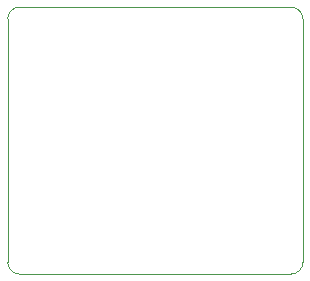
<source format=gbr>
%TF.GenerationSoftware,KiCad,Pcbnew,8.0.6-8.0.6-0~ubuntu24.04.1*%
%TF.CreationDate,2024-11-07T17:00:29-08:00*%
%TF.ProjectId,uSlime,75536c69-6d65-42e6-9b69-6361645f7063,rev?*%
%TF.SameCoordinates,Original*%
%TF.FileFunction,Profile,NP*%
%FSLAX46Y46*%
G04 Gerber Fmt 4.6, Leading zero omitted, Abs format (unit mm)*
G04 Created by KiCad (PCBNEW 8.0.6-8.0.6-0~ubuntu24.04.1) date 2024-11-07 17:00:29*
%MOMM*%
%LPD*%
G01*
G04 APERTURE LIST*
%TA.AperFunction,Profile*%
%ADD10C,0.050000*%
%TD*%
G04 APERTURE END LIST*
D10*
X23992893Y-7107D02*
X1000000Y0D01*
X1000000Y-22600000D02*
X24000000Y-22600000D01*
X25000000Y-21600000D02*
X24992893Y-1007107D01*
X0Y-1000000D02*
G75*
G02*
X1000000Y0I1000000J0D01*
G01*
X0Y-1000000D02*
X0Y-21600000D01*
X1000000Y-22600000D02*
G75*
G02*
X0Y-21600000I0J1000000D01*
G01*
X23992893Y-7107D02*
G75*
G02*
X24992893Y-1007107I7J-999993D01*
G01*
X25000000Y-21600000D02*
G75*
G02*
X24000000Y-22600000I-1000000J0D01*
G01*
M02*

</source>
